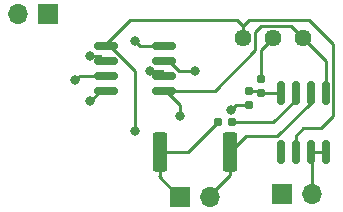
<source format=gbr>
%TF.GenerationSoftware,KiCad,Pcbnew,(6.0.0)*%
%TF.CreationDate,2022-12-01T23:11:15+01:00*%
%TF.ProjectId,current_measurement,63757272-656e-4745-9f6d-656173757265,1.1*%
%TF.SameCoordinates,Original*%
%TF.FileFunction,Copper,L2,Bot*%
%TF.FilePolarity,Positive*%
%FSLAX46Y46*%
G04 Gerber Fmt 4.6, Leading zero omitted, Abs format (unit mm)*
G04 Created by KiCad (PCBNEW (6.0.0)) date 2022-12-01 23:11:15*
%MOMM*%
%LPD*%
G01*
G04 APERTURE LIST*
G04 Aperture macros list*
%AMRoundRect*
0 Rectangle with rounded corners*
0 $1 Rounding radius*
0 $2 $3 $4 $5 $6 $7 $8 $9 X,Y pos of 4 corners*
0 Add a 4 corners polygon primitive as box body*
4,1,4,$2,$3,$4,$5,$6,$7,$8,$9,$2,$3,0*
0 Add four circle primitives for the rounded corners*
1,1,$1+$1,$2,$3*
1,1,$1+$1,$4,$5*
1,1,$1+$1,$6,$7*
1,1,$1+$1,$8,$9*
0 Add four rect primitives between the rounded corners*
20,1,$1+$1,$2,$3,$4,$5,0*
20,1,$1+$1,$4,$5,$6,$7,0*
20,1,$1+$1,$6,$7,$8,$9,0*
20,1,$1+$1,$8,$9,$2,$3,0*%
G04 Aperture macros list end*
%TA.AperFunction,ComponentPad*%
%ADD10R,1.700000X1.700000*%
%TD*%
%TA.AperFunction,ComponentPad*%
%ADD11O,1.700000X1.700000*%
%TD*%
%TA.AperFunction,ComponentPad*%
%ADD12C,1.440000*%
%TD*%
%TA.AperFunction,SMDPad,CuDef*%
%ADD13RoundRect,0.150000X0.825000X0.150000X-0.825000X0.150000X-0.825000X-0.150000X0.825000X-0.150000X0*%
%TD*%
%TA.AperFunction,SMDPad,CuDef*%
%ADD14RoundRect,0.160000X0.160000X-0.197500X0.160000X0.197500X-0.160000X0.197500X-0.160000X-0.197500X0*%
%TD*%
%TA.AperFunction,SMDPad,CuDef*%
%ADD15RoundRect,0.150000X-0.150000X0.825000X-0.150000X-0.825000X0.150000X-0.825000X0.150000X0.825000X0*%
%TD*%
%TA.AperFunction,SMDPad,CuDef*%
%ADD16RoundRect,0.160000X-0.197500X-0.160000X0.197500X-0.160000X0.197500X0.160000X-0.197500X0.160000X0*%
%TD*%
%TA.AperFunction,SMDPad,CuDef*%
%ADD17RoundRect,0.250000X0.362500X1.425000X-0.362500X1.425000X-0.362500X-1.425000X0.362500X-1.425000X0*%
%TD*%
%TA.AperFunction,ViaPad*%
%ADD18C,0.800000*%
%TD*%
%TA.AperFunction,Conductor*%
%ADD19C,0.250000*%
%TD*%
G04 APERTURE END LIST*
D10*
%TO.P,J1,1,Pin_1*%
%TO.N,+5V*%
X91699000Y-57404000D03*
D11*
%TO.P,J1,2,Pin_2*%
%TO.N,GND*%
X89159000Y-57404000D03*
%TD*%
D10*
%TO.P,J3,1,Pin_1*%
%TO.N,GND*%
X111501000Y-72644000D03*
D11*
%TO.P,J3,2,Pin_2*%
%TO.N,Net-(J3-Pad2)*%
X114041000Y-72644000D03*
%TD*%
D12*
%TO.P,RV1,1,1*%
%TO.N,-10V*%
X113284000Y-59436000D03*
%TO.P,RV1,2,2*%
%TO.N,Net-(R3-Pad2)*%
X110744000Y-59436000D03*
%TO.P,RV1,3,3*%
%TO.N,+10V*%
X108204000Y-59436000D03*
%TD*%
D13*
%TO.P,U1,1,C1-*%
%TO.N,Net-(C1-Pad2)*%
X101535000Y-60071000D03*
%TO.P,U1,2,C2+*%
%TO.N,Net-(C2-Pad1)*%
X101535000Y-61341000D03*
%TO.P,U1,3,C2-*%
%TO.N,Net-(C2-Pad2)*%
X101535000Y-62611000D03*
%TO.P,U1,4,V-*%
%TO.N,-10V*%
X101535000Y-63881000D03*
%TO.P,U1,5,GND*%
%TO.N,GND*%
X96585000Y-63881000D03*
%TO.P,U1,6,VCC*%
%TO.N,+5V*%
X96585000Y-62611000D03*
%TO.P,U1,7,C1+*%
%TO.N,Net-(C1-Pad1)*%
X96585000Y-61341000D03*
%TO.P,U1,8,V+*%
%TO.N,+10V*%
X96585000Y-60071000D03*
%TD*%
D14*
%TO.P,R2,1*%
%TO.N,GND*%
X108712000Y-65113500D03*
%TO.P,R2,2*%
%TO.N,Net-(R2-Pad2)*%
X108712000Y-63918500D03*
%TD*%
D10*
%TO.P,J2,1,Pin_1*%
%TO.N,Net-(J2-Pad1)*%
X102872472Y-72851187D03*
D11*
%TO.P,J2,2,Pin_2*%
%TO.N,Net-(J2-Pad2)*%
X105412472Y-72851187D03*
%TD*%
D15*
%TO.P,U2,1,REF*%
%TO.N,Net-(R2-Pad2)*%
X111379000Y-64073000D03*
%TO.P,U2,2,-*%
%TO.N,Net-(R1-Pad2)*%
X112649000Y-64073000D03*
%TO.P,U2,3,+*%
%TO.N,Net-(J2-Pad2)*%
X113919000Y-64073000D03*
%TO.P,U2,4,V-*%
%TO.N,-10V*%
X115189000Y-64073000D03*
%TO.P,U2,5,SENSE*%
%TO.N,Net-(J3-Pad2)*%
X115189000Y-69023000D03*
%TO.P,U2,6*%
X113919000Y-69023000D03*
%TO.P,U2,7,V+*%
%TO.N,+10V*%
X112649000Y-69023000D03*
%TO.P,U2,8*%
%TO.N,unconnected-(U2-Pad8)*%
X111379000Y-69023000D03*
%TD*%
D16*
%TO.P,R1,1*%
%TO.N,Net-(J2-Pad1)*%
X106082500Y-66548000D03*
%TO.P,R1,2*%
%TO.N,Net-(R1-Pad2)*%
X107277500Y-66548000D03*
%TD*%
D17*
%TO.P,R4,1*%
%TO.N,Net-(J2-Pad2)*%
X107102500Y-69088000D03*
%TO.P,R4,2*%
%TO.N,Net-(J2-Pad1)*%
X101177500Y-69088000D03*
%TD*%
D14*
%TO.P,R3,1*%
%TO.N,Net-(R2-Pad2)*%
X109728000Y-64097500D03*
%TO.P,R3,2*%
%TO.N,Net-(R3-Pad2)*%
X109728000Y-62902500D03*
%TD*%
D18*
%TO.N,Net-(C1-Pad1)*%
X95250000Y-60960000D03*
%TO.N,Net-(C1-Pad2)*%
X99060000Y-59690000D03*
%TO.N,Net-(C2-Pad1)*%
X104140000Y-62230000D03*
%TO.N,Net-(C2-Pad2)*%
X100330000Y-62230000D03*
%TO.N,+5V*%
X93980000Y-62992000D03*
%TO.N,GND*%
X107188000Y-65532000D03*
X95250000Y-64770000D03*
%TO.N,+10V*%
X99060000Y-67310000D03*
%TO.N,-10V*%
X102870000Y-66040000D03*
%TD*%
D19*
%TO.N,Net-(C1-Pad1)*%
X96054000Y-60960000D02*
X96435000Y-61341000D01*
X95250000Y-60960000D02*
X96054000Y-60960000D01*
%TO.N,Net-(C1-Pad2)*%
X99441000Y-60071000D02*
X99060000Y-59690000D01*
X101685000Y-60071000D02*
X99441000Y-60071000D01*
%TO.N,Net-(C2-Pad1)*%
X101685000Y-61341000D02*
X101911072Y-61341000D01*
X102800072Y-62230000D02*
X104140000Y-62230000D01*
X101911072Y-61341000D02*
X102800072Y-62230000D01*
%TO.N,Net-(C2-Pad2)*%
X101304000Y-62230000D02*
X101685000Y-62611000D01*
X100330000Y-62230000D02*
X101304000Y-62230000D01*
%TO.N,+5V*%
X94361000Y-62611000D02*
X96435000Y-62611000D01*
X93980000Y-62992000D02*
X94361000Y-62611000D01*
%TO.N,GND*%
X96435000Y-63881000D02*
X96139000Y-63881000D01*
X108712000Y-65113500D02*
X107606500Y-65113500D01*
X96139000Y-63881000D02*
X95250000Y-64770000D01*
X107606500Y-65113500D02*
X107188000Y-65532000D01*
%TO.N,Net-(J2-Pad1)*%
X103542500Y-69088000D02*
X101177500Y-69088000D01*
X106082500Y-66548000D02*
X103542500Y-69088000D01*
X101092000Y-71120000D02*
X102641000Y-72669000D01*
X102641000Y-72669000D02*
X102890000Y-72669000D01*
X101177500Y-69088000D02*
X101177500Y-71034500D01*
X101177500Y-71034500D02*
X101092000Y-71120000D01*
%TO.N,Net-(J2-Pad2)*%
X107102500Y-70996500D02*
X105430000Y-72669000D01*
X113919000Y-64073000D02*
X113919000Y-64897000D01*
X113919000Y-64897000D02*
X111092520Y-67723480D01*
X111092520Y-67723480D02*
X108467020Y-67723480D01*
X108467020Y-67723480D02*
X107102500Y-69088000D01*
X107102500Y-69088000D02*
X107102500Y-70996500D01*
%TO.N,Net-(J3-Pad2)*%
X113919000Y-69023000D02*
X114041000Y-69145000D01*
X113919000Y-69023000D02*
X115189000Y-69023000D01*
X114041000Y-69145000D02*
X114041000Y-72644000D01*
%TO.N,Net-(R1-Pad2)*%
X110744000Y-66548000D02*
X112649000Y-64643000D01*
X112649000Y-64643000D02*
X112649000Y-64073000D01*
X107277500Y-66548000D02*
X110744000Y-66548000D01*
%TO.N,Net-(R2-Pad2)*%
X111354500Y-64097500D02*
X111379000Y-64073000D01*
X109549000Y-63918500D02*
X109728000Y-64097500D01*
X109728000Y-64097500D02*
X111354500Y-64097500D01*
X108712000Y-63918500D02*
X109549000Y-63918500D01*
%TO.N,+10V*%
X115824000Y-59944000D02*
X115824000Y-66040000D01*
X108204000Y-59436000D02*
X108204000Y-58420000D01*
X108204000Y-58420000D02*
X107696000Y-57912000D01*
X96901000Y-60071000D02*
X96435000Y-60071000D01*
X96585000Y-60071000D02*
X96961072Y-60071000D01*
X113792000Y-57912000D02*
X115824000Y-59944000D01*
X114808000Y-67056000D02*
X113284000Y-67056000D01*
X96961072Y-60071000D02*
X99060000Y-62169928D01*
X99060000Y-62169928D02*
X99060000Y-67310000D01*
X108204000Y-58417767D02*
X108709767Y-57912000D01*
X112649000Y-67691000D02*
X112649000Y-69023000D01*
X113284000Y-67056000D02*
X112649000Y-67691000D01*
X98594000Y-57912000D02*
X96435000Y-60071000D01*
X115824000Y-66040000D02*
X114808000Y-67056000D01*
X107696000Y-57912000D02*
X98594000Y-57912000D01*
X108204000Y-59436000D02*
X108204000Y-58417767D01*
X108709767Y-57912000D02*
X113792000Y-57912000D01*
%TO.N,-10V*%
X109248511Y-58899489D02*
X109248511Y-60423489D01*
X112239489Y-58391489D02*
X109756511Y-58391489D01*
X115189000Y-64073000D02*
X115189000Y-61341000D01*
X115189000Y-61341000D02*
X113284000Y-59436000D01*
X102870000Y-65066000D02*
X102870000Y-66040000D01*
X113284000Y-59436000D02*
X112239489Y-58391489D01*
X109756511Y-58391489D02*
X109248511Y-58899489D01*
X109248511Y-60423489D02*
X105791000Y-63881000D01*
X101685000Y-63881000D02*
X102870000Y-65066000D01*
X101685000Y-63881000D02*
X105791000Y-63881000D01*
%TO.N,Net-(R3-Pad2)*%
X109728000Y-60452000D02*
X109728000Y-62902500D01*
X110744000Y-59436000D02*
X109728000Y-60452000D01*
%TD*%
M02*

</source>
